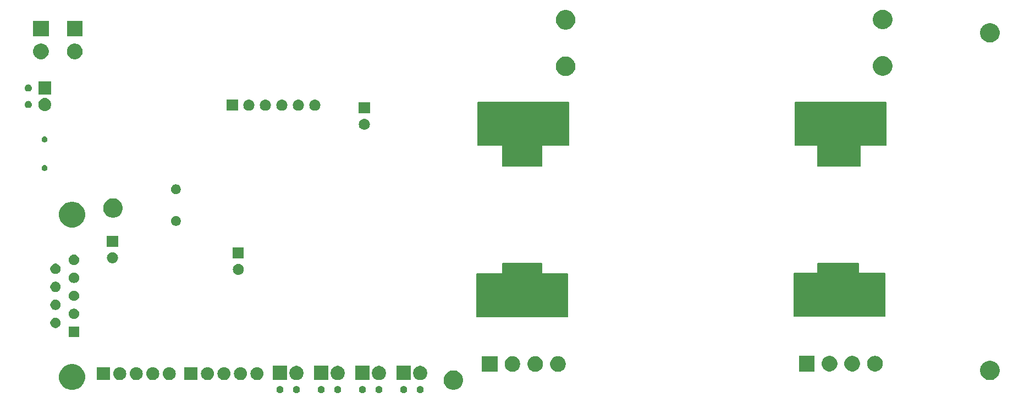
<source format=gbr>
G04 #@! TF.GenerationSoftware,KiCad,Pcbnew,(5.0.1-3-g963ef8bb5)*
G04 #@! TF.CreationDate,2019-04-01T14:08:33+02:00*
G04 #@! TF.ProjectId,Arm_stepper,41726D5F737465707065722E6B696361,rev?*
G04 #@! TF.SameCoordinates,Original*
G04 #@! TF.FileFunction,Soldermask,Bot*
G04 #@! TF.FilePolarity,Negative*
%FSLAX46Y46*%
G04 Gerber Fmt 4.6, Leading zero omitted, Abs format (unit mm)*
G04 Created by KiCad (PCBNEW (5.0.1-3-g963ef8bb5)) date 2019 April 01, Monday 14:08:33*
%MOMM*%
%LPD*%
G01*
G04 APERTURE LIST*
%ADD10C,0.150000*%
%ADD11C,0.100000*%
G04 APERTURE END LIST*
D10*
G36*
X167500000Y-135500000D02*
X167750000Y-135500000D01*
X167750000Y-137000000D01*
X167500000Y-137000000D01*
X167500000Y-135500000D01*
G37*
X167500000Y-135500000D02*
X167750000Y-135500000D01*
X167750000Y-137000000D01*
X167500000Y-137000000D01*
X167500000Y-135500000D01*
G36*
X162000000Y-135500000D02*
X161500000Y-135500000D01*
X161500000Y-137000000D01*
X162000000Y-137000000D01*
X162000000Y-135500000D01*
G37*
X162000000Y-135500000D02*
X161500000Y-135500000D01*
X161500000Y-137000000D01*
X162000000Y-137000000D01*
X162000000Y-135500000D01*
G36*
X162000000Y-135500000D02*
X167500000Y-135500000D01*
X167500000Y-137000000D01*
X162000000Y-137000000D01*
X162000000Y-135500000D01*
G37*
X162000000Y-135500000D02*
X167500000Y-135500000D01*
X167500000Y-137000000D01*
X162000000Y-137000000D01*
X162000000Y-135500000D01*
G36*
X161500000Y-117500000D02*
X161500000Y-120500000D01*
X168000000Y-120500000D01*
X168000000Y-117000000D01*
X161500000Y-117000000D01*
X161500000Y-117500000D01*
G37*
X161500000Y-117500000D02*
X161500000Y-120500000D01*
X168000000Y-120500000D01*
X168000000Y-117000000D01*
X161500000Y-117000000D01*
X161500000Y-117500000D01*
G36*
X113000000Y-135500000D02*
X119000000Y-135500000D01*
X119000000Y-137500000D01*
X113000000Y-137500000D01*
X113000000Y-135500000D01*
G37*
X113000000Y-135500000D02*
X119000000Y-135500000D01*
X119000000Y-137500000D01*
X113000000Y-137500000D01*
X113000000Y-135500000D01*
G36*
X113000000Y-117000000D02*
X113000000Y-120500000D01*
X119000000Y-120500000D01*
X119000000Y-117000000D01*
X113000000Y-117000000D01*
G37*
X113000000Y-117000000D02*
X113000000Y-120500000D01*
X119000000Y-120500000D01*
X119000000Y-117000000D01*
X113000000Y-117000000D01*
G36*
X158030000Y-110704000D02*
X172000000Y-110704000D01*
X172000000Y-117308000D01*
X158030000Y-117308000D01*
X158030000Y-110704000D01*
G37*
X158030000Y-110704000D02*
X172000000Y-110704000D01*
X172000000Y-117308000D01*
X158030000Y-117308000D01*
X158030000Y-110704000D01*
G36*
X157826800Y-137069200D02*
X171796800Y-137069200D01*
X171796800Y-143673200D01*
X157826800Y-143673200D01*
X157826800Y-137069200D01*
G37*
X157826800Y-137069200D02*
X171796800Y-137069200D01*
X171796800Y-143673200D01*
X157826800Y-143673200D01*
X157826800Y-137069200D01*
G36*
X109016800Y-137109200D02*
X122986800Y-137109200D01*
X122986800Y-143713200D01*
X109016800Y-143713200D01*
X109016800Y-137109200D01*
G37*
X109016800Y-137109200D02*
X122986800Y-137109200D01*
X122986800Y-143713200D01*
X109016800Y-143713200D01*
X109016800Y-137109200D01*
G36*
X109220000Y-110744000D02*
X123190000Y-110744000D01*
X123190000Y-117348000D01*
X109220000Y-117348000D01*
X109220000Y-110744000D01*
G37*
X109220000Y-110744000D02*
X123190000Y-110744000D01*
X123190000Y-117348000D01*
X109220000Y-117348000D01*
X109220000Y-110744000D01*
D11*
G36*
X100450429Y-154411136D02*
X100550524Y-154452597D01*
X100640606Y-154512788D01*
X100717212Y-154589394D01*
X100777403Y-154679476D01*
X100818864Y-154779571D01*
X100840000Y-154885829D01*
X100840000Y-154994171D01*
X100818864Y-155100429D01*
X100777403Y-155200524D01*
X100717212Y-155290606D01*
X100640606Y-155367212D01*
X100550524Y-155427403D01*
X100450429Y-155468864D01*
X100344171Y-155490000D01*
X100235829Y-155490000D01*
X100129571Y-155468864D01*
X100029476Y-155427403D01*
X99939394Y-155367212D01*
X99862788Y-155290606D01*
X99802597Y-155200524D01*
X99761136Y-155100429D01*
X99740000Y-154994171D01*
X99740000Y-154885829D01*
X99761136Y-154779571D01*
X99802597Y-154679476D01*
X99862788Y-154589394D01*
X99939394Y-154512788D01*
X100029476Y-154452597D01*
X100129571Y-154411136D01*
X100235829Y-154390000D01*
X100344171Y-154390000D01*
X100450429Y-154411136D01*
X100450429Y-154411136D01*
G37*
G36*
X97910429Y-154411136D02*
X98010524Y-154452597D01*
X98100606Y-154512788D01*
X98177212Y-154589394D01*
X98237403Y-154679476D01*
X98278864Y-154779571D01*
X98300000Y-154885829D01*
X98300000Y-154994171D01*
X98278864Y-155100429D01*
X98237403Y-155200524D01*
X98177212Y-155290606D01*
X98100606Y-155367212D01*
X98010524Y-155427403D01*
X97910429Y-155468864D01*
X97804171Y-155490000D01*
X97695829Y-155490000D01*
X97589571Y-155468864D01*
X97489476Y-155427403D01*
X97399394Y-155367212D01*
X97322788Y-155290606D01*
X97262597Y-155200524D01*
X97221136Y-155100429D01*
X97200000Y-154994171D01*
X97200000Y-154885829D01*
X97221136Y-154779571D01*
X97262597Y-154679476D01*
X97322788Y-154589394D01*
X97399394Y-154512788D01*
X97489476Y-154452597D01*
X97589571Y-154411136D01*
X97695829Y-154390000D01*
X97804171Y-154390000D01*
X97910429Y-154411136D01*
X97910429Y-154411136D01*
G37*
G36*
X94100429Y-154411136D02*
X94200524Y-154452597D01*
X94290606Y-154512788D01*
X94367212Y-154589394D01*
X94427403Y-154679476D01*
X94468864Y-154779571D01*
X94490000Y-154885829D01*
X94490000Y-154994171D01*
X94468864Y-155100429D01*
X94427403Y-155200524D01*
X94367212Y-155290606D01*
X94290606Y-155367212D01*
X94200524Y-155427403D01*
X94100429Y-155468864D01*
X93994171Y-155490000D01*
X93885829Y-155490000D01*
X93779571Y-155468864D01*
X93679476Y-155427403D01*
X93589394Y-155367212D01*
X93512788Y-155290606D01*
X93452597Y-155200524D01*
X93411136Y-155100429D01*
X93390000Y-154994171D01*
X93390000Y-154885829D01*
X93411136Y-154779571D01*
X93452597Y-154679476D01*
X93512788Y-154589394D01*
X93589394Y-154512788D01*
X93679476Y-154452597D01*
X93779571Y-154411136D01*
X93885829Y-154390000D01*
X93994171Y-154390000D01*
X94100429Y-154411136D01*
X94100429Y-154411136D01*
G37*
G36*
X91560429Y-154411136D02*
X91660524Y-154452597D01*
X91750606Y-154512788D01*
X91827212Y-154589394D01*
X91887403Y-154679476D01*
X91928864Y-154779571D01*
X91950000Y-154885829D01*
X91950000Y-154994171D01*
X91928864Y-155100429D01*
X91887403Y-155200524D01*
X91827212Y-155290606D01*
X91750606Y-155367212D01*
X91660524Y-155427403D01*
X91560429Y-155468864D01*
X91454171Y-155490000D01*
X91345829Y-155490000D01*
X91239571Y-155468864D01*
X91139476Y-155427403D01*
X91049394Y-155367212D01*
X90972788Y-155290606D01*
X90912597Y-155200524D01*
X90871136Y-155100429D01*
X90850000Y-154994171D01*
X90850000Y-154885829D01*
X90871136Y-154779571D01*
X90912597Y-154679476D01*
X90972788Y-154589394D01*
X91049394Y-154512788D01*
X91139476Y-154452597D01*
X91239571Y-154411136D01*
X91345829Y-154390000D01*
X91454171Y-154390000D01*
X91560429Y-154411136D01*
X91560429Y-154411136D01*
G37*
G36*
X87750429Y-154411136D02*
X87850524Y-154452597D01*
X87940606Y-154512788D01*
X88017212Y-154589394D01*
X88077403Y-154679476D01*
X88118864Y-154779571D01*
X88140000Y-154885829D01*
X88140000Y-154994171D01*
X88118864Y-155100429D01*
X88077403Y-155200524D01*
X88017212Y-155290606D01*
X87940606Y-155367212D01*
X87850524Y-155427403D01*
X87750429Y-155468864D01*
X87644171Y-155490000D01*
X87535829Y-155490000D01*
X87429571Y-155468864D01*
X87329476Y-155427403D01*
X87239394Y-155367212D01*
X87162788Y-155290606D01*
X87102597Y-155200524D01*
X87061136Y-155100429D01*
X87040000Y-154994171D01*
X87040000Y-154885829D01*
X87061136Y-154779571D01*
X87102597Y-154679476D01*
X87162788Y-154589394D01*
X87239394Y-154512788D01*
X87329476Y-154452597D01*
X87429571Y-154411136D01*
X87535829Y-154390000D01*
X87644171Y-154390000D01*
X87750429Y-154411136D01*
X87750429Y-154411136D01*
G37*
G36*
X85210429Y-154411136D02*
X85310524Y-154452597D01*
X85400606Y-154512788D01*
X85477212Y-154589394D01*
X85537403Y-154679476D01*
X85578864Y-154779571D01*
X85600000Y-154885829D01*
X85600000Y-154994171D01*
X85578864Y-155100429D01*
X85537403Y-155200524D01*
X85477212Y-155290606D01*
X85400606Y-155367212D01*
X85310524Y-155427403D01*
X85210429Y-155468864D01*
X85104171Y-155490000D01*
X84995829Y-155490000D01*
X84889571Y-155468864D01*
X84789476Y-155427403D01*
X84699394Y-155367212D01*
X84622788Y-155290606D01*
X84562597Y-155200524D01*
X84521136Y-155100429D01*
X84500000Y-154994171D01*
X84500000Y-154885829D01*
X84521136Y-154779571D01*
X84562597Y-154679476D01*
X84622788Y-154589394D01*
X84699394Y-154512788D01*
X84789476Y-154452597D01*
X84889571Y-154411136D01*
X84995829Y-154390000D01*
X85104171Y-154390000D01*
X85210429Y-154411136D01*
X85210429Y-154411136D01*
G37*
G36*
X81400429Y-154411136D02*
X81500524Y-154452597D01*
X81590606Y-154512788D01*
X81667212Y-154589394D01*
X81727403Y-154679476D01*
X81768864Y-154779571D01*
X81790000Y-154885829D01*
X81790000Y-154994171D01*
X81768864Y-155100429D01*
X81727403Y-155200524D01*
X81667212Y-155290606D01*
X81590606Y-155367212D01*
X81500524Y-155427403D01*
X81400429Y-155468864D01*
X81294171Y-155490000D01*
X81185829Y-155490000D01*
X81079571Y-155468864D01*
X80979476Y-155427403D01*
X80889394Y-155367212D01*
X80812788Y-155290606D01*
X80752597Y-155200524D01*
X80711136Y-155100429D01*
X80690000Y-154994171D01*
X80690000Y-154885829D01*
X80711136Y-154779571D01*
X80752597Y-154679476D01*
X80812788Y-154589394D01*
X80889394Y-154512788D01*
X80979476Y-154452597D01*
X81079571Y-154411136D01*
X81185829Y-154390000D01*
X81294171Y-154390000D01*
X81400429Y-154411136D01*
X81400429Y-154411136D01*
G37*
G36*
X78860429Y-154411136D02*
X78960524Y-154452597D01*
X79050606Y-154512788D01*
X79127212Y-154589394D01*
X79187403Y-154679476D01*
X79228864Y-154779571D01*
X79250000Y-154885829D01*
X79250000Y-154994171D01*
X79228864Y-155100429D01*
X79187403Y-155200524D01*
X79127212Y-155290606D01*
X79050606Y-155367212D01*
X78960524Y-155427403D01*
X78860429Y-155468864D01*
X78754171Y-155490000D01*
X78645829Y-155490000D01*
X78539571Y-155468864D01*
X78439476Y-155427403D01*
X78349394Y-155367212D01*
X78272788Y-155290606D01*
X78212597Y-155200524D01*
X78171136Y-155100429D01*
X78150000Y-154994171D01*
X78150000Y-154885829D01*
X78171136Y-154779571D01*
X78212597Y-154679476D01*
X78272788Y-154589394D01*
X78349394Y-154512788D01*
X78439476Y-154452597D01*
X78539571Y-154411136D01*
X78645829Y-154390000D01*
X78754171Y-154390000D01*
X78860429Y-154411136D01*
X78860429Y-154411136D01*
G37*
G36*
X47273377Y-151086858D02*
X47486590Y-151175174D01*
X47637355Y-151237623D01*
X47805578Y-151350026D01*
X47964928Y-151456500D01*
X48243500Y-151735072D01*
X48316788Y-151844756D01*
X48462377Y-152062645D01*
X48469210Y-152079142D01*
X48613142Y-152426623D01*
X48690000Y-152813016D01*
X48690000Y-153206984D01*
X48613142Y-153593377D01*
X48590625Y-153647737D01*
X48462377Y-153957355D01*
X48316788Y-154175244D01*
X48243500Y-154284928D01*
X47964928Y-154563500D01*
X47855244Y-154636788D01*
X47637355Y-154782377D01*
X47486590Y-154844826D01*
X47273377Y-154933142D01*
X46886984Y-155010000D01*
X46493016Y-155010000D01*
X46106623Y-154933142D01*
X45893410Y-154844826D01*
X45742645Y-154782377D01*
X45524756Y-154636788D01*
X45415072Y-154563500D01*
X45136500Y-154284928D01*
X45063212Y-154175244D01*
X44917623Y-153957355D01*
X44789375Y-153647737D01*
X44766858Y-153593377D01*
X44690000Y-153206984D01*
X44690000Y-152813016D01*
X44766858Y-152426623D01*
X44910790Y-152079142D01*
X44917623Y-152062645D01*
X45063212Y-151844756D01*
X45136500Y-151735072D01*
X45415072Y-151456500D01*
X45574422Y-151350026D01*
X45742645Y-151237623D01*
X45893410Y-151175174D01*
X46106623Y-151086858D01*
X46493016Y-151010000D01*
X46886984Y-151010000D01*
X47273377Y-151086858D01*
X47273377Y-151086858D01*
G37*
G36*
X105837532Y-152057643D02*
X105837535Y-152057644D01*
X105837534Y-152057644D01*
X106110517Y-152170717D01*
X106250768Y-152264430D01*
X106356197Y-152334875D01*
X106565125Y-152543803D01*
X106635570Y-152649232D01*
X106729283Y-152789483D01*
X106798337Y-152956194D01*
X106842357Y-153062468D01*
X106900000Y-153352261D01*
X106900000Y-153647739D01*
X106842357Y-153937532D01*
X106842356Y-153937534D01*
X106729283Y-154210517D01*
X106635570Y-154350768D01*
X106565125Y-154456197D01*
X106356197Y-154665125D01*
X106250768Y-154735570D01*
X106110517Y-154829283D01*
X105884369Y-154922956D01*
X105837532Y-154942357D01*
X105547739Y-155000000D01*
X105252261Y-155000000D01*
X104962468Y-154942357D01*
X104915631Y-154922956D01*
X104689483Y-154829283D01*
X104549232Y-154735570D01*
X104443803Y-154665125D01*
X104234875Y-154456197D01*
X104164430Y-154350768D01*
X104070717Y-154210517D01*
X103957644Y-153937534D01*
X103957643Y-153937532D01*
X103900000Y-153647739D01*
X103900000Y-153352261D01*
X103957643Y-153062468D01*
X104001663Y-152956194D01*
X104070717Y-152789483D01*
X104164430Y-152649232D01*
X104234875Y-152543803D01*
X104443803Y-152334875D01*
X104549232Y-152264430D01*
X104689483Y-152170717D01*
X104962466Y-152057644D01*
X104962465Y-152057644D01*
X104962468Y-152057643D01*
X105252261Y-152000000D01*
X105547739Y-152000000D01*
X105837532Y-152057643D01*
X105837532Y-152057643D01*
G37*
G36*
X79800000Y-153500000D02*
X77600000Y-153500000D01*
X77600000Y-151300000D01*
X79800000Y-151300000D01*
X79800000Y-153500000D01*
X79800000Y-153500000D01*
G37*
G36*
X92500000Y-153500000D02*
X90300000Y-153500000D01*
X90300000Y-151300000D01*
X92500000Y-151300000D01*
X92500000Y-153500000D01*
X92500000Y-153500000D01*
G37*
G36*
X188437532Y-150557643D02*
X188437535Y-150557644D01*
X188437534Y-150557644D01*
X188710517Y-150670717D01*
X188850768Y-150764430D01*
X188956197Y-150834875D01*
X189165125Y-151043803D01*
X189214828Y-151118190D01*
X189329283Y-151289483D01*
X189416693Y-151500510D01*
X189442357Y-151562468D01*
X189500000Y-151852261D01*
X189500000Y-152147739D01*
X189442357Y-152437532D01*
X189442356Y-152437534D01*
X189329283Y-152710517D01*
X189260795Y-152813016D01*
X189165125Y-152956197D01*
X188956197Y-153165125D01*
X188850768Y-153235570D01*
X188710517Y-153329283D01*
X188484369Y-153422956D01*
X188437532Y-153442357D01*
X188147739Y-153500000D01*
X187852261Y-153500000D01*
X187562468Y-153442357D01*
X187515631Y-153422956D01*
X187289483Y-153329283D01*
X187149232Y-153235570D01*
X187043803Y-153165125D01*
X186834875Y-152956197D01*
X186739205Y-152813016D01*
X186670717Y-152710517D01*
X186557644Y-152437534D01*
X186557643Y-152437532D01*
X186500000Y-152147739D01*
X186500000Y-151852261D01*
X186557643Y-151562468D01*
X186583307Y-151500510D01*
X186670717Y-151289483D01*
X186785172Y-151118190D01*
X186834875Y-151043803D01*
X187043803Y-150834875D01*
X187149232Y-150764430D01*
X187289483Y-150670717D01*
X187562466Y-150557644D01*
X187562465Y-150557644D01*
X187562468Y-150557643D01*
X187852261Y-150500000D01*
X188147739Y-150500000D01*
X188437532Y-150557643D01*
X188437532Y-150557643D01*
G37*
G36*
X100610858Y-151342272D02*
X100752411Y-151400906D01*
X100811045Y-151425193D01*
X100857899Y-151456500D01*
X100991211Y-151545576D01*
X101144424Y-151698789D01*
X101144425Y-151698791D01*
X101264807Y-151878955D01*
X101264807Y-151878956D01*
X101347728Y-152079142D01*
X101390000Y-152291659D01*
X101390000Y-152508341D01*
X101347728Y-152720858D01*
X101319302Y-152789483D01*
X101264807Y-152921045D01*
X101241321Y-152956194D01*
X101144424Y-153101211D01*
X100991211Y-153254424D01*
X100930884Y-153294733D01*
X100811045Y-153374807D01*
X100752411Y-153399094D01*
X100610858Y-153457728D01*
X100398341Y-153500000D01*
X100181659Y-153500000D01*
X99969142Y-153457728D01*
X99827589Y-153399094D01*
X99768955Y-153374807D01*
X99649116Y-153294733D01*
X99588789Y-153254424D01*
X99435576Y-153101211D01*
X99338679Y-152956194D01*
X99315193Y-152921045D01*
X99260698Y-152789483D01*
X99232272Y-152720858D01*
X99190000Y-152508341D01*
X99190000Y-152291659D01*
X99232272Y-152079142D01*
X99315193Y-151878956D01*
X99315193Y-151878955D01*
X99435575Y-151698791D01*
X99435576Y-151698789D01*
X99588789Y-151545576D01*
X99722101Y-151456500D01*
X99768955Y-151425193D01*
X99827589Y-151400906D01*
X99969142Y-151342272D01*
X100181659Y-151300000D01*
X100398341Y-151300000D01*
X100610858Y-151342272D01*
X100610858Y-151342272D01*
G37*
G36*
X98850000Y-153500000D02*
X96650000Y-153500000D01*
X96650000Y-151300000D01*
X98850000Y-151300000D01*
X98850000Y-153500000D01*
X98850000Y-153500000D01*
G37*
G36*
X94260858Y-151342272D02*
X94402411Y-151400906D01*
X94461045Y-151425193D01*
X94507899Y-151456500D01*
X94641211Y-151545576D01*
X94794424Y-151698789D01*
X94794425Y-151698791D01*
X94914807Y-151878955D01*
X94914807Y-151878956D01*
X94997728Y-152079142D01*
X95040000Y-152291659D01*
X95040000Y-152508341D01*
X94997728Y-152720858D01*
X94969302Y-152789483D01*
X94914807Y-152921045D01*
X94891321Y-152956194D01*
X94794424Y-153101211D01*
X94641211Y-153254424D01*
X94580884Y-153294733D01*
X94461045Y-153374807D01*
X94402411Y-153399094D01*
X94260858Y-153457728D01*
X94048341Y-153500000D01*
X93831659Y-153500000D01*
X93619142Y-153457728D01*
X93477589Y-153399094D01*
X93418955Y-153374807D01*
X93299116Y-153294733D01*
X93238789Y-153254424D01*
X93085576Y-153101211D01*
X92988679Y-152956194D01*
X92965193Y-152921045D01*
X92910698Y-152789483D01*
X92882272Y-152720858D01*
X92840000Y-152508341D01*
X92840000Y-152291659D01*
X92882272Y-152079142D01*
X92965193Y-151878956D01*
X92965193Y-151878955D01*
X93085575Y-151698791D01*
X93085576Y-151698789D01*
X93238789Y-151545576D01*
X93372101Y-151456500D01*
X93418955Y-151425193D01*
X93477589Y-151400906D01*
X93619142Y-151342272D01*
X93831659Y-151300000D01*
X94048341Y-151300000D01*
X94260858Y-151342272D01*
X94260858Y-151342272D01*
G37*
G36*
X86150000Y-153500000D02*
X83950000Y-153500000D01*
X83950000Y-151300000D01*
X86150000Y-151300000D01*
X86150000Y-153500000D01*
X86150000Y-153500000D01*
G37*
G36*
X87910858Y-151342272D02*
X88052411Y-151400906D01*
X88111045Y-151425193D01*
X88157899Y-151456500D01*
X88291211Y-151545576D01*
X88444424Y-151698789D01*
X88444425Y-151698791D01*
X88564807Y-151878955D01*
X88564807Y-151878956D01*
X88647728Y-152079142D01*
X88690000Y-152291659D01*
X88690000Y-152508341D01*
X88647728Y-152720858D01*
X88619302Y-152789483D01*
X88564807Y-152921045D01*
X88541321Y-152956194D01*
X88444424Y-153101211D01*
X88291211Y-153254424D01*
X88230884Y-153294733D01*
X88111045Y-153374807D01*
X88052411Y-153399094D01*
X87910858Y-153457728D01*
X87698341Y-153500000D01*
X87481659Y-153500000D01*
X87269142Y-153457728D01*
X87127589Y-153399094D01*
X87068955Y-153374807D01*
X86949116Y-153294733D01*
X86888789Y-153254424D01*
X86735576Y-153101211D01*
X86638679Y-152956194D01*
X86615193Y-152921045D01*
X86560698Y-152789483D01*
X86532272Y-152720858D01*
X86490000Y-152508341D01*
X86490000Y-152291659D01*
X86532272Y-152079142D01*
X86615193Y-151878956D01*
X86615193Y-151878955D01*
X86735575Y-151698791D01*
X86735576Y-151698789D01*
X86888789Y-151545576D01*
X87022101Y-151456500D01*
X87068955Y-151425193D01*
X87127589Y-151400906D01*
X87269142Y-151342272D01*
X87481659Y-151300000D01*
X87698341Y-151300000D01*
X87910858Y-151342272D01*
X87910858Y-151342272D01*
G37*
G36*
X81560858Y-151342272D02*
X81702411Y-151400906D01*
X81761045Y-151425193D01*
X81807899Y-151456500D01*
X81941211Y-151545576D01*
X82094424Y-151698789D01*
X82094425Y-151698791D01*
X82214807Y-151878955D01*
X82214807Y-151878956D01*
X82297728Y-152079142D01*
X82340000Y-152291659D01*
X82340000Y-152508341D01*
X82297728Y-152720858D01*
X82269302Y-152789483D01*
X82214807Y-152921045D01*
X82191321Y-152956194D01*
X82094424Y-153101211D01*
X81941211Y-153254424D01*
X81880884Y-153294733D01*
X81761045Y-153374807D01*
X81702411Y-153399094D01*
X81560858Y-153457728D01*
X81348341Y-153500000D01*
X81131659Y-153500000D01*
X80919142Y-153457728D01*
X80777589Y-153399094D01*
X80718955Y-153374807D01*
X80599116Y-153294733D01*
X80538789Y-153254424D01*
X80385576Y-153101211D01*
X80288679Y-152956194D01*
X80265193Y-152921045D01*
X80210698Y-152789483D01*
X80182272Y-152720858D01*
X80140000Y-152508341D01*
X80140000Y-152291659D01*
X80182272Y-152079142D01*
X80265193Y-151878956D01*
X80265193Y-151878955D01*
X80385575Y-151698791D01*
X80385576Y-151698789D01*
X80538789Y-151545576D01*
X80672101Y-151456500D01*
X80718955Y-151425193D01*
X80777589Y-151400906D01*
X80919142Y-151342272D01*
X81131659Y-151300000D01*
X81348341Y-151300000D01*
X81560858Y-151342272D01*
X81560858Y-151342272D01*
G37*
G36*
X70275934Y-151514971D02*
X70464339Y-151572123D01*
X70582822Y-151635454D01*
X70637974Y-151664933D01*
X70790166Y-151789834D01*
X70874095Y-151892101D01*
X70915066Y-151942025D01*
X71007877Y-152115661D01*
X71065029Y-152304066D01*
X71084326Y-152500000D01*
X71065029Y-152695934D01*
X71007877Y-152884339D01*
X70944546Y-153002822D01*
X70915067Y-153057974D01*
X70790166Y-153210166D01*
X70637974Y-153335067D01*
X70605806Y-153352261D01*
X70464339Y-153427877D01*
X70275934Y-153485029D01*
X70129104Y-153499490D01*
X70030896Y-153499490D01*
X69884066Y-153485029D01*
X69695661Y-153427877D01*
X69554194Y-153352261D01*
X69522026Y-153335067D01*
X69369834Y-153210166D01*
X69244933Y-153057974D01*
X69215454Y-153002822D01*
X69152123Y-152884339D01*
X69094971Y-152695934D01*
X69075674Y-152500000D01*
X69094971Y-152304066D01*
X69152123Y-152115661D01*
X69244934Y-151942025D01*
X69285906Y-151892101D01*
X69369834Y-151789834D01*
X69522026Y-151664933D01*
X69577178Y-151635454D01*
X69695661Y-151572123D01*
X69884066Y-151514971D01*
X70030896Y-151500510D01*
X70129104Y-151500510D01*
X70275934Y-151514971D01*
X70275934Y-151514971D01*
G37*
G36*
X52499490Y-153499490D02*
X50500510Y-153499490D01*
X50500510Y-151500510D01*
X52499490Y-151500510D01*
X52499490Y-153499490D01*
X52499490Y-153499490D01*
G37*
G36*
X59315934Y-151514971D02*
X59504339Y-151572123D01*
X59622822Y-151635454D01*
X59677974Y-151664933D01*
X59830166Y-151789834D01*
X59914095Y-151892101D01*
X59955066Y-151942025D01*
X60047877Y-152115661D01*
X60105029Y-152304066D01*
X60124326Y-152500000D01*
X60105029Y-152695934D01*
X60047877Y-152884339D01*
X59984546Y-153002822D01*
X59955067Y-153057974D01*
X59830166Y-153210166D01*
X59677974Y-153335067D01*
X59645806Y-153352261D01*
X59504339Y-153427877D01*
X59315934Y-153485029D01*
X59169104Y-153499490D01*
X59070896Y-153499490D01*
X58924066Y-153485029D01*
X58735661Y-153427877D01*
X58594194Y-153352261D01*
X58562026Y-153335067D01*
X58409834Y-153210166D01*
X58284933Y-153057974D01*
X58255454Y-153002822D01*
X58192123Y-152884339D01*
X58134971Y-152695934D01*
X58115674Y-152500000D01*
X58134971Y-152304066D01*
X58192123Y-152115661D01*
X58284934Y-151942025D01*
X58325906Y-151892101D01*
X58409834Y-151789834D01*
X58562026Y-151664933D01*
X58617178Y-151635454D01*
X58735661Y-151572123D01*
X58924066Y-151514971D01*
X59070896Y-151500510D01*
X59169104Y-151500510D01*
X59315934Y-151514971D01*
X59315934Y-151514971D01*
G37*
G36*
X75355934Y-151514971D02*
X75544339Y-151572123D01*
X75662822Y-151635454D01*
X75717974Y-151664933D01*
X75870166Y-151789834D01*
X75954095Y-151892101D01*
X75995066Y-151942025D01*
X76087877Y-152115661D01*
X76145029Y-152304066D01*
X76164326Y-152500000D01*
X76145029Y-152695934D01*
X76087877Y-152884339D01*
X76024546Y-153002822D01*
X75995067Y-153057974D01*
X75870166Y-153210166D01*
X75717974Y-153335067D01*
X75685806Y-153352261D01*
X75544339Y-153427877D01*
X75355934Y-153485029D01*
X75209104Y-153499490D01*
X75110896Y-153499490D01*
X74964066Y-153485029D01*
X74775661Y-153427877D01*
X74634194Y-153352261D01*
X74602026Y-153335067D01*
X74449834Y-153210166D01*
X74324933Y-153057974D01*
X74295454Y-153002822D01*
X74232123Y-152884339D01*
X74174971Y-152695934D01*
X74155674Y-152500000D01*
X74174971Y-152304066D01*
X74232123Y-152115661D01*
X74324934Y-151942025D01*
X74365906Y-151892101D01*
X74449834Y-151789834D01*
X74602026Y-151664933D01*
X74657178Y-151635454D01*
X74775661Y-151572123D01*
X74964066Y-151514971D01*
X75110896Y-151500510D01*
X75209104Y-151500510D01*
X75355934Y-151514971D01*
X75355934Y-151514971D01*
G37*
G36*
X67735934Y-151514971D02*
X67924339Y-151572123D01*
X68042822Y-151635454D01*
X68097974Y-151664933D01*
X68250166Y-151789834D01*
X68334095Y-151892101D01*
X68375066Y-151942025D01*
X68467877Y-152115661D01*
X68525029Y-152304066D01*
X68544326Y-152500000D01*
X68525029Y-152695934D01*
X68467877Y-152884339D01*
X68404546Y-153002822D01*
X68375067Y-153057974D01*
X68250166Y-153210166D01*
X68097974Y-153335067D01*
X68065806Y-153352261D01*
X67924339Y-153427877D01*
X67735934Y-153485029D01*
X67589104Y-153499490D01*
X67490896Y-153499490D01*
X67344066Y-153485029D01*
X67155661Y-153427877D01*
X67014194Y-153352261D01*
X66982026Y-153335067D01*
X66829834Y-153210166D01*
X66704933Y-153057974D01*
X66675454Y-153002822D01*
X66612123Y-152884339D01*
X66554971Y-152695934D01*
X66535674Y-152500000D01*
X66554971Y-152304066D01*
X66612123Y-152115661D01*
X66704934Y-151942025D01*
X66745906Y-151892101D01*
X66829834Y-151789834D01*
X66982026Y-151664933D01*
X67037178Y-151635454D01*
X67155661Y-151572123D01*
X67344066Y-151514971D01*
X67490896Y-151500510D01*
X67589104Y-151500510D01*
X67735934Y-151514971D01*
X67735934Y-151514971D01*
G37*
G36*
X72815934Y-151514971D02*
X73004339Y-151572123D01*
X73122822Y-151635454D01*
X73177974Y-151664933D01*
X73330166Y-151789834D01*
X73414095Y-151892101D01*
X73455066Y-151942025D01*
X73547877Y-152115661D01*
X73605029Y-152304066D01*
X73624326Y-152500000D01*
X73605029Y-152695934D01*
X73547877Y-152884339D01*
X73484546Y-153002822D01*
X73455067Y-153057974D01*
X73330166Y-153210166D01*
X73177974Y-153335067D01*
X73145806Y-153352261D01*
X73004339Y-153427877D01*
X72815934Y-153485029D01*
X72669104Y-153499490D01*
X72570896Y-153499490D01*
X72424066Y-153485029D01*
X72235661Y-153427877D01*
X72094194Y-153352261D01*
X72062026Y-153335067D01*
X71909834Y-153210166D01*
X71784933Y-153057974D01*
X71755454Y-153002822D01*
X71692123Y-152884339D01*
X71634971Y-152695934D01*
X71615674Y-152500000D01*
X71634971Y-152304066D01*
X71692123Y-152115661D01*
X71784934Y-151942025D01*
X71825906Y-151892101D01*
X71909834Y-151789834D01*
X72062026Y-151664933D01*
X72117178Y-151635454D01*
X72235661Y-151572123D01*
X72424066Y-151514971D01*
X72570896Y-151500510D01*
X72669104Y-151500510D01*
X72815934Y-151514971D01*
X72815934Y-151514971D01*
G37*
G36*
X65999490Y-153499490D02*
X64000510Y-153499490D01*
X64000510Y-151500510D01*
X65999490Y-151500510D01*
X65999490Y-153499490D01*
X65999490Y-153499490D01*
G37*
G36*
X61855934Y-151514971D02*
X62044339Y-151572123D01*
X62162822Y-151635454D01*
X62217974Y-151664933D01*
X62370166Y-151789834D01*
X62454095Y-151892101D01*
X62495066Y-151942025D01*
X62587877Y-152115661D01*
X62645029Y-152304066D01*
X62664326Y-152500000D01*
X62645029Y-152695934D01*
X62587877Y-152884339D01*
X62524546Y-153002822D01*
X62495067Y-153057974D01*
X62370166Y-153210166D01*
X62217974Y-153335067D01*
X62185806Y-153352261D01*
X62044339Y-153427877D01*
X61855934Y-153485029D01*
X61709104Y-153499490D01*
X61610896Y-153499490D01*
X61464066Y-153485029D01*
X61275661Y-153427877D01*
X61134194Y-153352261D01*
X61102026Y-153335067D01*
X60949834Y-153210166D01*
X60824933Y-153057974D01*
X60795454Y-153002822D01*
X60732123Y-152884339D01*
X60674971Y-152695934D01*
X60655674Y-152500000D01*
X60674971Y-152304066D01*
X60732123Y-152115661D01*
X60824934Y-151942025D01*
X60865906Y-151892101D01*
X60949834Y-151789834D01*
X61102026Y-151664933D01*
X61157178Y-151635454D01*
X61275661Y-151572123D01*
X61464066Y-151514971D01*
X61610896Y-151500510D01*
X61709104Y-151500510D01*
X61855934Y-151514971D01*
X61855934Y-151514971D01*
G37*
G36*
X56775934Y-151514971D02*
X56964339Y-151572123D01*
X57082822Y-151635454D01*
X57137974Y-151664933D01*
X57290166Y-151789834D01*
X57374095Y-151892101D01*
X57415066Y-151942025D01*
X57507877Y-152115661D01*
X57565029Y-152304066D01*
X57584326Y-152500000D01*
X57565029Y-152695934D01*
X57507877Y-152884339D01*
X57444546Y-153002822D01*
X57415067Y-153057974D01*
X57290166Y-153210166D01*
X57137974Y-153335067D01*
X57105806Y-153352261D01*
X56964339Y-153427877D01*
X56775934Y-153485029D01*
X56629104Y-153499490D01*
X56530896Y-153499490D01*
X56384066Y-153485029D01*
X56195661Y-153427877D01*
X56054194Y-153352261D01*
X56022026Y-153335067D01*
X55869834Y-153210166D01*
X55744933Y-153057974D01*
X55715454Y-153002822D01*
X55652123Y-152884339D01*
X55594971Y-152695934D01*
X55575674Y-152500000D01*
X55594971Y-152304066D01*
X55652123Y-152115661D01*
X55744934Y-151942025D01*
X55785906Y-151892101D01*
X55869834Y-151789834D01*
X56022026Y-151664933D01*
X56077178Y-151635454D01*
X56195661Y-151572123D01*
X56384066Y-151514971D01*
X56530896Y-151500510D01*
X56629104Y-151500510D01*
X56775934Y-151514971D01*
X56775934Y-151514971D01*
G37*
G36*
X54235934Y-151514971D02*
X54424339Y-151572123D01*
X54542822Y-151635454D01*
X54597974Y-151664933D01*
X54750166Y-151789834D01*
X54834095Y-151892101D01*
X54875066Y-151942025D01*
X54967877Y-152115661D01*
X55025029Y-152304066D01*
X55044326Y-152500000D01*
X55025029Y-152695934D01*
X54967877Y-152884339D01*
X54904546Y-153002822D01*
X54875067Y-153057974D01*
X54750166Y-153210166D01*
X54597974Y-153335067D01*
X54565806Y-153352261D01*
X54424339Y-153427877D01*
X54235934Y-153485029D01*
X54089104Y-153499490D01*
X53990896Y-153499490D01*
X53844066Y-153485029D01*
X53655661Y-153427877D01*
X53514194Y-153352261D01*
X53482026Y-153335067D01*
X53329834Y-153210166D01*
X53204933Y-153057974D01*
X53175454Y-153002822D01*
X53112123Y-152884339D01*
X53054971Y-152695934D01*
X53035674Y-152500000D01*
X53054971Y-152304066D01*
X53112123Y-152115661D01*
X53204934Y-151942025D01*
X53245906Y-151892101D01*
X53329834Y-151789834D01*
X53482026Y-151664933D01*
X53537178Y-151635454D01*
X53655661Y-151572123D01*
X53844066Y-151514971D01*
X53990896Y-151500510D01*
X54089104Y-151500510D01*
X54235934Y-151514971D01*
X54235934Y-151514971D01*
G37*
G36*
X121850026Y-149846115D02*
X121959220Y-149891345D01*
X122068413Y-149936574D01*
X122264955Y-150067899D01*
X122432101Y-150235045D01*
X122563426Y-150431587D01*
X122591763Y-150500000D01*
X122653885Y-150649974D01*
X122700000Y-150881810D01*
X122700000Y-151118190D01*
X122653885Y-151350026D01*
X122609782Y-151456499D01*
X122563426Y-151568413D01*
X122432101Y-151764955D01*
X122264955Y-151932101D01*
X122068413Y-152063426D01*
X121959220Y-152108655D01*
X121850026Y-152153885D01*
X121618190Y-152200000D01*
X121381810Y-152200000D01*
X121149974Y-152153885D01*
X121040780Y-152108655D01*
X120931587Y-152063426D01*
X120735045Y-151932101D01*
X120567899Y-151764955D01*
X120436574Y-151568413D01*
X120390218Y-151456499D01*
X120346115Y-151350026D01*
X120300000Y-151118190D01*
X120300000Y-150881810D01*
X120346115Y-150649974D01*
X120408237Y-150500000D01*
X120436574Y-150431587D01*
X120567899Y-150235045D01*
X120735045Y-150067899D01*
X120931587Y-149936574D01*
X121040780Y-149891345D01*
X121149974Y-149846115D01*
X121381810Y-149800000D01*
X121618190Y-149800000D01*
X121850026Y-149846115D01*
X121850026Y-149846115D01*
G37*
G36*
X118350026Y-149846115D02*
X118459220Y-149891345D01*
X118568413Y-149936574D01*
X118764955Y-150067899D01*
X118932101Y-150235045D01*
X119063426Y-150431587D01*
X119091763Y-150500000D01*
X119153885Y-150649974D01*
X119200000Y-150881810D01*
X119200000Y-151118190D01*
X119153885Y-151350026D01*
X119109782Y-151456499D01*
X119063426Y-151568413D01*
X118932101Y-151764955D01*
X118764955Y-151932101D01*
X118568413Y-152063426D01*
X118459220Y-152108655D01*
X118350026Y-152153885D01*
X118118190Y-152200000D01*
X117881810Y-152200000D01*
X117649974Y-152153885D01*
X117540780Y-152108655D01*
X117431587Y-152063426D01*
X117235045Y-151932101D01*
X117067899Y-151764955D01*
X116936574Y-151568413D01*
X116890218Y-151456499D01*
X116846115Y-151350026D01*
X116800000Y-151118190D01*
X116800000Y-150881810D01*
X116846115Y-150649974D01*
X116908237Y-150500000D01*
X116936574Y-150431587D01*
X117067899Y-150235045D01*
X117235045Y-150067899D01*
X117431587Y-149936574D01*
X117540780Y-149891345D01*
X117649974Y-149846115D01*
X117881810Y-149800000D01*
X118118190Y-149800000D01*
X118350026Y-149846115D01*
X118350026Y-149846115D01*
G37*
G36*
X114850026Y-149846115D02*
X114959220Y-149891345D01*
X115068413Y-149936574D01*
X115264955Y-150067899D01*
X115432101Y-150235045D01*
X115563426Y-150431587D01*
X115591763Y-150500000D01*
X115653885Y-150649974D01*
X115700000Y-150881810D01*
X115700000Y-151118190D01*
X115653885Y-151350026D01*
X115609782Y-151456499D01*
X115563426Y-151568413D01*
X115432101Y-151764955D01*
X115264955Y-151932101D01*
X115068413Y-152063426D01*
X114959220Y-152108655D01*
X114850026Y-152153885D01*
X114618190Y-152200000D01*
X114381810Y-152200000D01*
X114149974Y-152153885D01*
X114040780Y-152108655D01*
X113931587Y-152063426D01*
X113735045Y-151932101D01*
X113567899Y-151764955D01*
X113436574Y-151568413D01*
X113390218Y-151456499D01*
X113346115Y-151350026D01*
X113300000Y-151118190D01*
X113300000Y-150881810D01*
X113346115Y-150649974D01*
X113408237Y-150500000D01*
X113436574Y-150431587D01*
X113567899Y-150235045D01*
X113735045Y-150067899D01*
X113931587Y-149936574D01*
X114040780Y-149891345D01*
X114149974Y-149846115D01*
X114381810Y-149800000D01*
X114618190Y-149800000D01*
X114850026Y-149846115D01*
X114850026Y-149846115D01*
G37*
G36*
X112200000Y-152200000D02*
X109800000Y-152200000D01*
X109800000Y-149800000D01*
X112200000Y-149800000D01*
X112200000Y-152200000D01*
X112200000Y-152200000D01*
G37*
G36*
X170660026Y-149806115D02*
X170756594Y-149846115D01*
X170878413Y-149896574D01*
X171074955Y-150027899D01*
X171242101Y-150195045D01*
X171373426Y-150391587D01*
X171389994Y-150431586D01*
X171463885Y-150609974D01*
X171510000Y-150841810D01*
X171510000Y-151078190D01*
X171463885Y-151310026D01*
X171447316Y-151350026D01*
X171373426Y-151528413D01*
X171242101Y-151724955D01*
X171074955Y-151892101D01*
X170878413Y-152023426D01*
X170795805Y-152057643D01*
X170660026Y-152113885D01*
X170428190Y-152160000D01*
X170191810Y-152160000D01*
X169959974Y-152113885D01*
X169824195Y-152057643D01*
X169741587Y-152023426D01*
X169545045Y-151892101D01*
X169377899Y-151724955D01*
X169246574Y-151528413D01*
X169172684Y-151350026D01*
X169156115Y-151310026D01*
X169110000Y-151078190D01*
X169110000Y-150841810D01*
X169156115Y-150609974D01*
X169230006Y-150431586D01*
X169246574Y-150391587D01*
X169377899Y-150195045D01*
X169545045Y-150027899D01*
X169741587Y-149896574D01*
X169863406Y-149846115D01*
X169959974Y-149806115D01*
X170191810Y-149760000D01*
X170428190Y-149760000D01*
X170660026Y-149806115D01*
X170660026Y-149806115D01*
G37*
G36*
X167160026Y-149806115D02*
X167256594Y-149846115D01*
X167378413Y-149896574D01*
X167574955Y-150027899D01*
X167742101Y-150195045D01*
X167873426Y-150391587D01*
X167889994Y-150431586D01*
X167963885Y-150609974D01*
X168010000Y-150841810D01*
X168010000Y-151078190D01*
X167963885Y-151310026D01*
X167947316Y-151350026D01*
X167873426Y-151528413D01*
X167742101Y-151724955D01*
X167574955Y-151892101D01*
X167378413Y-152023426D01*
X167295805Y-152057643D01*
X167160026Y-152113885D01*
X166928190Y-152160000D01*
X166691810Y-152160000D01*
X166459974Y-152113885D01*
X166324195Y-152057643D01*
X166241587Y-152023426D01*
X166045045Y-151892101D01*
X165877899Y-151724955D01*
X165746574Y-151528413D01*
X165672684Y-151350026D01*
X165656115Y-151310026D01*
X165610000Y-151078190D01*
X165610000Y-150841810D01*
X165656115Y-150609974D01*
X165730006Y-150431586D01*
X165746574Y-150391587D01*
X165877899Y-150195045D01*
X166045045Y-150027899D01*
X166241587Y-149896574D01*
X166363406Y-149846115D01*
X166459974Y-149806115D01*
X166691810Y-149760000D01*
X166928190Y-149760000D01*
X167160026Y-149806115D01*
X167160026Y-149806115D01*
G37*
G36*
X163660026Y-149806115D02*
X163756594Y-149846115D01*
X163878413Y-149896574D01*
X164074955Y-150027899D01*
X164242101Y-150195045D01*
X164373426Y-150391587D01*
X164389994Y-150431586D01*
X164463885Y-150609974D01*
X164510000Y-150841810D01*
X164510000Y-151078190D01*
X164463885Y-151310026D01*
X164447316Y-151350026D01*
X164373426Y-151528413D01*
X164242101Y-151724955D01*
X164074955Y-151892101D01*
X163878413Y-152023426D01*
X163795805Y-152057643D01*
X163660026Y-152113885D01*
X163428190Y-152160000D01*
X163191810Y-152160000D01*
X162959974Y-152113885D01*
X162824195Y-152057643D01*
X162741587Y-152023426D01*
X162545045Y-151892101D01*
X162377899Y-151724955D01*
X162246574Y-151528413D01*
X162172684Y-151350026D01*
X162156115Y-151310026D01*
X162110000Y-151078190D01*
X162110000Y-150841810D01*
X162156115Y-150609974D01*
X162230006Y-150431586D01*
X162246574Y-150391587D01*
X162377899Y-150195045D01*
X162545045Y-150027899D01*
X162741587Y-149896574D01*
X162863406Y-149846115D01*
X162959974Y-149806115D01*
X163191810Y-149760000D01*
X163428190Y-149760000D01*
X163660026Y-149806115D01*
X163660026Y-149806115D01*
G37*
G36*
X161010000Y-152160000D02*
X158610000Y-152160000D01*
X158610000Y-149760000D01*
X161010000Y-149760000D01*
X161010000Y-152160000D01*
X161010000Y-152160000D01*
G37*
G36*
X47790000Y-146850000D02*
X46190000Y-146850000D01*
X46190000Y-145250000D01*
X47790000Y-145250000D01*
X47790000Y-146850000D01*
X47790000Y-146850000D01*
G37*
G36*
X44383351Y-143895743D02*
X44528942Y-143956049D01*
X44578183Y-143988951D01*
X44659973Y-144043601D01*
X44771399Y-144155027D01*
X44771401Y-144155030D01*
X44858951Y-144286058D01*
X44919257Y-144431649D01*
X44950000Y-144586207D01*
X44950000Y-144743793D01*
X44919257Y-144898351D01*
X44858951Y-145043942D01*
X44771989Y-145174090D01*
X44771399Y-145174973D01*
X44659973Y-145286399D01*
X44659970Y-145286401D01*
X44528942Y-145373951D01*
X44383351Y-145434257D01*
X44228794Y-145465000D01*
X44071206Y-145465000D01*
X43916649Y-145434257D01*
X43771058Y-145373951D01*
X43640030Y-145286401D01*
X43640027Y-145286399D01*
X43528601Y-145174973D01*
X43528011Y-145174090D01*
X43441049Y-145043942D01*
X43380743Y-144898351D01*
X43350000Y-144743793D01*
X43350000Y-144586207D01*
X43380743Y-144431649D01*
X43441049Y-144286058D01*
X43528599Y-144155030D01*
X43528601Y-144155027D01*
X43640027Y-144043601D01*
X43721817Y-143988951D01*
X43771058Y-143956049D01*
X43916649Y-143895743D01*
X44071206Y-143865000D01*
X44228794Y-143865000D01*
X44383351Y-143895743D01*
X44383351Y-143895743D01*
G37*
G36*
X47223351Y-142510743D02*
X47368942Y-142571049D01*
X47418183Y-142603951D01*
X47499973Y-142658601D01*
X47611399Y-142770027D01*
X47611401Y-142770030D01*
X47698951Y-142901058D01*
X47759257Y-143046649D01*
X47790000Y-143201207D01*
X47790000Y-143358793D01*
X47759257Y-143513351D01*
X47698951Y-143658942D01*
X47611989Y-143789090D01*
X47611399Y-143789973D01*
X47499973Y-143901399D01*
X47499970Y-143901401D01*
X47368942Y-143988951D01*
X47237006Y-144043601D01*
X47223351Y-144049257D01*
X47068794Y-144080000D01*
X46911206Y-144080000D01*
X46756649Y-144049257D01*
X46742994Y-144043601D01*
X46611058Y-143988951D01*
X46480030Y-143901401D01*
X46480027Y-143901399D01*
X46368601Y-143789973D01*
X46368011Y-143789090D01*
X46281049Y-143658942D01*
X46220743Y-143513351D01*
X46190000Y-143358793D01*
X46190000Y-143201207D01*
X46220743Y-143046649D01*
X46281049Y-142901058D01*
X46368599Y-142770030D01*
X46368601Y-142770027D01*
X46480027Y-142658601D01*
X46561817Y-142603951D01*
X46611058Y-142571049D01*
X46756649Y-142510743D01*
X46911206Y-142480000D01*
X47068794Y-142480000D01*
X47223351Y-142510743D01*
X47223351Y-142510743D01*
G37*
G36*
X44383351Y-141125743D02*
X44528942Y-141186049D01*
X44578183Y-141218951D01*
X44659973Y-141273601D01*
X44771399Y-141385027D01*
X44771401Y-141385030D01*
X44858951Y-141516058D01*
X44919257Y-141661649D01*
X44950000Y-141816207D01*
X44950000Y-141973793D01*
X44919257Y-142128351D01*
X44858951Y-142273942D01*
X44771989Y-142404090D01*
X44771399Y-142404973D01*
X44659973Y-142516399D01*
X44659970Y-142516401D01*
X44528942Y-142603951D01*
X44397006Y-142658601D01*
X44383351Y-142664257D01*
X44228794Y-142695000D01*
X44071206Y-142695000D01*
X43916649Y-142664257D01*
X43902994Y-142658601D01*
X43771058Y-142603951D01*
X43640030Y-142516401D01*
X43640027Y-142516399D01*
X43528601Y-142404973D01*
X43528011Y-142404090D01*
X43441049Y-142273942D01*
X43380743Y-142128351D01*
X43350000Y-141973793D01*
X43350000Y-141816207D01*
X43380743Y-141661649D01*
X43441049Y-141516058D01*
X43528599Y-141385030D01*
X43528601Y-141385027D01*
X43640027Y-141273601D01*
X43721817Y-141218951D01*
X43771058Y-141186049D01*
X43916649Y-141125743D01*
X44071206Y-141095000D01*
X44228794Y-141095000D01*
X44383351Y-141125743D01*
X44383351Y-141125743D01*
G37*
G36*
X47223351Y-139740743D02*
X47368942Y-139801049D01*
X47418183Y-139833951D01*
X47499973Y-139888601D01*
X47611399Y-140000027D01*
X47611401Y-140000030D01*
X47698951Y-140131058D01*
X47759257Y-140276649D01*
X47790000Y-140431207D01*
X47790000Y-140588793D01*
X47759257Y-140743351D01*
X47698951Y-140888942D01*
X47611989Y-141019090D01*
X47611399Y-141019973D01*
X47499973Y-141131399D01*
X47499970Y-141131401D01*
X47368942Y-141218951D01*
X47237006Y-141273601D01*
X47223351Y-141279257D01*
X47068794Y-141310000D01*
X46911206Y-141310000D01*
X46756649Y-141279257D01*
X46742994Y-141273601D01*
X46611058Y-141218951D01*
X46480030Y-141131401D01*
X46480027Y-141131399D01*
X46368601Y-141019973D01*
X46368011Y-141019090D01*
X46281049Y-140888942D01*
X46220743Y-140743351D01*
X46190000Y-140588793D01*
X46190000Y-140431207D01*
X46220743Y-140276649D01*
X46281049Y-140131058D01*
X46368599Y-140000030D01*
X46368601Y-140000027D01*
X46480027Y-139888601D01*
X46561817Y-139833951D01*
X46611058Y-139801049D01*
X46756649Y-139740743D01*
X46911206Y-139710000D01*
X47068794Y-139710000D01*
X47223351Y-139740743D01*
X47223351Y-139740743D01*
G37*
G36*
X44383351Y-138355743D02*
X44528942Y-138416049D01*
X44578183Y-138448951D01*
X44659973Y-138503601D01*
X44771399Y-138615027D01*
X44771401Y-138615030D01*
X44858951Y-138746058D01*
X44919257Y-138891649D01*
X44950000Y-139046207D01*
X44950000Y-139203793D01*
X44919257Y-139358351D01*
X44858951Y-139503942D01*
X44771989Y-139634090D01*
X44771399Y-139634973D01*
X44659973Y-139746399D01*
X44659970Y-139746401D01*
X44528942Y-139833951D01*
X44397006Y-139888601D01*
X44383351Y-139894257D01*
X44228794Y-139925000D01*
X44071206Y-139925000D01*
X43916649Y-139894257D01*
X43902994Y-139888601D01*
X43771058Y-139833951D01*
X43640030Y-139746401D01*
X43640027Y-139746399D01*
X43528601Y-139634973D01*
X43528011Y-139634090D01*
X43441049Y-139503942D01*
X43380743Y-139358351D01*
X43350000Y-139203793D01*
X43350000Y-139046207D01*
X43380743Y-138891649D01*
X43441049Y-138746058D01*
X43528599Y-138615030D01*
X43528601Y-138615027D01*
X43640027Y-138503601D01*
X43721817Y-138448951D01*
X43771058Y-138416049D01*
X43916649Y-138355743D01*
X44071206Y-138325000D01*
X44228794Y-138325000D01*
X44383351Y-138355743D01*
X44383351Y-138355743D01*
G37*
G36*
X47223351Y-136970743D02*
X47368942Y-137031049D01*
X47418183Y-137063951D01*
X47499973Y-137118601D01*
X47611399Y-137230027D01*
X47611401Y-137230030D01*
X47698951Y-137361058D01*
X47759257Y-137506649D01*
X47790000Y-137661207D01*
X47790000Y-137818793D01*
X47759257Y-137973351D01*
X47698951Y-138118942D01*
X47611989Y-138249090D01*
X47611399Y-138249973D01*
X47499973Y-138361399D01*
X47499970Y-138361401D01*
X47368942Y-138448951D01*
X47237006Y-138503601D01*
X47223351Y-138509257D01*
X47068794Y-138540000D01*
X46911206Y-138540000D01*
X46756649Y-138509257D01*
X46742994Y-138503601D01*
X46611058Y-138448951D01*
X46480030Y-138361401D01*
X46480027Y-138361399D01*
X46368601Y-138249973D01*
X46368011Y-138249090D01*
X46281049Y-138118942D01*
X46220743Y-137973351D01*
X46190000Y-137818793D01*
X46190000Y-137661207D01*
X46220743Y-137506649D01*
X46281049Y-137361058D01*
X46368599Y-137230030D01*
X46368601Y-137230027D01*
X46480027Y-137118601D01*
X46561817Y-137063951D01*
X46611058Y-137031049D01*
X46756649Y-136970743D01*
X46911206Y-136940000D01*
X47068794Y-136940000D01*
X47223351Y-136970743D01*
X47223351Y-136970743D01*
G37*
G36*
X72466629Y-135602299D02*
X72589563Y-135639591D01*
X72626855Y-135650903D01*
X72679328Y-135678951D01*
X72774517Y-135729830D01*
X72903948Y-135836052D01*
X73010170Y-135965483D01*
X73060309Y-136059288D01*
X73089097Y-136113145D01*
X73100409Y-136150437D01*
X73137701Y-136273371D01*
X73154112Y-136440000D01*
X73137701Y-136606629D01*
X73100409Y-136729563D01*
X73089097Y-136766855D01*
X73060309Y-136820712D01*
X73010170Y-136914517D01*
X72903948Y-137043948D01*
X72774517Y-137150170D01*
X72680712Y-137200309D01*
X72626855Y-137229097D01*
X72589563Y-137240409D01*
X72466629Y-137277701D01*
X72341753Y-137290000D01*
X72258247Y-137290000D01*
X72133371Y-137277701D01*
X72010437Y-137240409D01*
X71973145Y-137229097D01*
X71919288Y-137200309D01*
X71825483Y-137150170D01*
X71696052Y-137043948D01*
X71589830Y-136914517D01*
X71539691Y-136820712D01*
X71510903Y-136766855D01*
X71499591Y-136729563D01*
X71462299Y-136606629D01*
X71445888Y-136440000D01*
X71462299Y-136273371D01*
X71499591Y-136150437D01*
X71510903Y-136113145D01*
X71539691Y-136059288D01*
X71589830Y-135965483D01*
X71696052Y-135836052D01*
X71825483Y-135729830D01*
X71920672Y-135678951D01*
X71973145Y-135650903D01*
X72010437Y-135639591D01*
X72133371Y-135602299D01*
X72258247Y-135590000D01*
X72341753Y-135590000D01*
X72466629Y-135602299D01*
X72466629Y-135602299D01*
G37*
G36*
X44383351Y-135585743D02*
X44528942Y-135646049D01*
X44578183Y-135678951D01*
X44659973Y-135733601D01*
X44771399Y-135845027D01*
X44771401Y-135845030D01*
X44858951Y-135976058D01*
X44915735Y-136113146D01*
X44919257Y-136121649D01*
X44950000Y-136276206D01*
X44950000Y-136433794D01*
X44919257Y-136588351D01*
X44858951Y-136733942D01*
X44836959Y-136766855D01*
X44771399Y-136864973D01*
X44659973Y-136976399D01*
X44659970Y-136976401D01*
X44528942Y-137063951D01*
X44397006Y-137118601D01*
X44383351Y-137124257D01*
X44228794Y-137155000D01*
X44071206Y-137155000D01*
X43916649Y-137124257D01*
X43902994Y-137118601D01*
X43771058Y-137063951D01*
X43640030Y-136976401D01*
X43640027Y-136976399D01*
X43528601Y-136864973D01*
X43463041Y-136766855D01*
X43441049Y-136733942D01*
X43380743Y-136588351D01*
X43350000Y-136433794D01*
X43350000Y-136276206D01*
X43380743Y-136121649D01*
X43384265Y-136113146D01*
X43441049Y-135976058D01*
X43528599Y-135845030D01*
X43528601Y-135845027D01*
X43640027Y-135733601D01*
X43721817Y-135678951D01*
X43771058Y-135646049D01*
X43916649Y-135585743D01*
X44071206Y-135555000D01*
X44228794Y-135555000D01*
X44383351Y-135585743D01*
X44383351Y-135585743D01*
G37*
G36*
X47223351Y-134200743D02*
X47368942Y-134261049D01*
X47454991Y-134318545D01*
X47499973Y-134348601D01*
X47611399Y-134460027D01*
X47611401Y-134460030D01*
X47698951Y-134591058D01*
X47759257Y-134736649D01*
X47790000Y-134891207D01*
X47790000Y-135048793D01*
X47759257Y-135203351D01*
X47698951Y-135348942D01*
X47694522Y-135355570D01*
X47611399Y-135479973D01*
X47499973Y-135591399D01*
X47499970Y-135591401D01*
X47368942Y-135678951D01*
X47237006Y-135733601D01*
X47223351Y-135739257D01*
X47068794Y-135770000D01*
X46911206Y-135770000D01*
X46756649Y-135739257D01*
X46742994Y-135733601D01*
X46611058Y-135678951D01*
X46480030Y-135591401D01*
X46480027Y-135591399D01*
X46368601Y-135479973D01*
X46285478Y-135355570D01*
X46281049Y-135348942D01*
X46220743Y-135203351D01*
X46190000Y-135048793D01*
X46190000Y-134891207D01*
X46220743Y-134736649D01*
X46281049Y-134591058D01*
X46368599Y-134460030D01*
X46368601Y-134460027D01*
X46480027Y-134348601D01*
X46525009Y-134318545D01*
X46611058Y-134261049D01*
X46756649Y-134200743D01*
X46911206Y-134170000D01*
X47068794Y-134170000D01*
X47223351Y-134200743D01*
X47223351Y-134200743D01*
G37*
G36*
X53084989Y-133807699D02*
X53207923Y-133844991D01*
X53245215Y-133856303D01*
X53299072Y-133885091D01*
X53392877Y-133935230D01*
X53522308Y-134041452D01*
X53628530Y-134170883D01*
X53644490Y-134200743D01*
X53707457Y-134318545D01*
X53707457Y-134318546D01*
X53756061Y-134478771D01*
X53772472Y-134645400D01*
X53756061Y-134812029D01*
X53732042Y-134891207D01*
X53707457Y-134972255D01*
X53678669Y-135026112D01*
X53628530Y-135119917D01*
X53522308Y-135249348D01*
X53392877Y-135355570D01*
X53299072Y-135405709D01*
X53245215Y-135434497D01*
X53207923Y-135445809D01*
X53084989Y-135483101D01*
X52960113Y-135495400D01*
X52876607Y-135495400D01*
X52751731Y-135483101D01*
X52628797Y-135445809D01*
X52591505Y-135434497D01*
X52537648Y-135405709D01*
X52443843Y-135355570D01*
X52314412Y-135249348D01*
X52208190Y-135119917D01*
X52158051Y-135026112D01*
X52129263Y-134972255D01*
X52104678Y-134891207D01*
X52080659Y-134812029D01*
X52064248Y-134645400D01*
X52080659Y-134478771D01*
X52129263Y-134318546D01*
X52129263Y-134318545D01*
X52192230Y-134200743D01*
X52208190Y-134170883D01*
X52314412Y-134041452D01*
X52443843Y-133935230D01*
X52537648Y-133885091D01*
X52591505Y-133856303D01*
X52628797Y-133844991D01*
X52751731Y-133807699D01*
X52876607Y-133795400D01*
X52960113Y-133795400D01*
X53084989Y-133807699D01*
X53084989Y-133807699D01*
G37*
G36*
X73150000Y-134750000D02*
X71450000Y-134750000D01*
X71450000Y-133050000D01*
X73150000Y-133050000D01*
X73150000Y-134750000D01*
X73150000Y-134750000D01*
G37*
G36*
X53768360Y-132955400D02*
X52068360Y-132955400D01*
X52068360Y-131255400D01*
X53768360Y-131255400D01*
X53768360Y-132955400D01*
X53768360Y-132955400D01*
G37*
G36*
X47273377Y-126086858D02*
X47486590Y-126175174D01*
X47637355Y-126237623D01*
X47855244Y-126383212D01*
X47964928Y-126456500D01*
X48243500Y-126735072D01*
X48243501Y-126735074D01*
X48462377Y-127062645D01*
X48462377Y-127062646D01*
X48613142Y-127426623D01*
X48690000Y-127813016D01*
X48690000Y-128206984D01*
X48613142Y-128593377D01*
X48541791Y-128765633D01*
X48462377Y-128957355D01*
X48316788Y-129175244D01*
X48243500Y-129284928D01*
X47964928Y-129563500D01*
X47959745Y-129566963D01*
X47637355Y-129782377D01*
X47486590Y-129844826D01*
X47273377Y-129933142D01*
X46886984Y-130010000D01*
X46493016Y-130010000D01*
X46106623Y-129933142D01*
X45893410Y-129844826D01*
X45742645Y-129782377D01*
X45420255Y-129566963D01*
X45415072Y-129563500D01*
X45136500Y-129284928D01*
X45063212Y-129175244D01*
X44917623Y-128957355D01*
X44838209Y-128765633D01*
X44766858Y-128593377D01*
X44690000Y-128206984D01*
X44690000Y-127813016D01*
X44766858Y-127426623D01*
X44917623Y-127062646D01*
X44917623Y-127062645D01*
X45136499Y-126735074D01*
X45136500Y-126735072D01*
X45415072Y-126456500D01*
X45524756Y-126383212D01*
X45742645Y-126237623D01*
X45893410Y-126175174D01*
X46106623Y-126086858D01*
X46493016Y-126010000D01*
X46886984Y-126010000D01*
X47273377Y-126086858D01*
X47273377Y-126086858D01*
G37*
G36*
X62905965Y-128263221D02*
X63042461Y-128319760D01*
X63165296Y-128401835D01*
X63269765Y-128506304D01*
X63351840Y-128629139D01*
X63408379Y-128765635D01*
X63437200Y-128910530D01*
X63437200Y-129058270D01*
X63408379Y-129203165D01*
X63351840Y-129339661D01*
X63269765Y-129462496D01*
X63165296Y-129566965D01*
X63042461Y-129649040D01*
X62905965Y-129705579D01*
X62761070Y-129734400D01*
X62613330Y-129734400D01*
X62468435Y-129705579D01*
X62331939Y-129649040D01*
X62209104Y-129566965D01*
X62104635Y-129462496D01*
X62022560Y-129339661D01*
X61966021Y-129203165D01*
X61937200Y-129058270D01*
X61937200Y-128910530D01*
X61966021Y-128765635D01*
X62022560Y-128629139D01*
X62104635Y-128506304D01*
X62209104Y-128401835D01*
X62331939Y-128319760D01*
X62468435Y-128263221D01*
X62613330Y-128234400D01*
X62761070Y-128234400D01*
X62905965Y-128263221D01*
X62905965Y-128263221D01*
G37*
G36*
X53437532Y-125557643D02*
X53437535Y-125557644D01*
X53437534Y-125557644D01*
X53710517Y-125670717D01*
X53850768Y-125764430D01*
X53956197Y-125834875D01*
X54165125Y-126043803D01*
X54235570Y-126149232D01*
X54329283Y-126289483D01*
X54422956Y-126515631D01*
X54442357Y-126562468D01*
X54500000Y-126852261D01*
X54500000Y-127147739D01*
X54442357Y-127437532D01*
X54442356Y-127437534D01*
X54329283Y-127710517D01*
X54260795Y-127813016D01*
X54165125Y-127956197D01*
X53956197Y-128165125D01*
X53852519Y-128234400D01*
X53710517Y-128329283D01*
X53484369Y-128422956D01*
X53437532Y-128442357D01*
X53147739Y-128500000D01*
X52852261Y-128500000D01*
X52562468Y-128442357D01*
X52515631Y-128422956D01*
X52289483Y-128329283D01*
X52147481Y-128234400D01*
X52043803Y-128165125D01*
X51834875Y-127956197D01*
X51739205Y-127813016D01*
X51670717Y-127710517D01*
X51557644Y-127437534D01*
X51557643Y-127437532D01*
X51500000Y-127147739D01*
X51500000Y-126852261D01*
X51557643Y-126562468D01*
X51577044Y-126515631D01*
X51670717Y-126289483D01*
X51764430Y-126149232D01*
X51834875Y-126043803D01*
X52043803Y-125834875D01*
X52149232Y-125764430D01*
X52289483Y-125670717D01*
X52562466Y-125557644D01*
X52562465Y-125557644D01*
X52562468Y-125557643D01*
X52852261Y-125500000D01*
X53147739Y-125500000D01*
X53437532Y-125557643D01*
X53437532Y-125557643D01*
G37*
G36*
X62905965Y-123383221D02*
X63042461Y-123439760D01*
X63165296Y-123521835D01*
X63269765Y-123626304D01*
X63351840Y-123749139D01*
X63408379Y-123885635D01*
X63437200Y-124030530D01*
X63437200Y-124178270D01*
X63408379Y-124323165D01*
X63351840Y-124459661D01*
X63269765Y-124582496D01*
X63165296Y-124686965D01*
X63042461Y-124769040D01*
X62905965Y-124825579D01*
X62761070Y-124854400D01*
X62613330Y-124854400D01*
X62468435Y-124825579D01*
X62331939Y-124769040D01*
X62209104Y-124686965D01*
X62104635Y-124582496D01*
X62022560Y-124459661D01*
X61966021Y-124323165D01*
X61937200Y-124178270D01*
X61937200Y-124030530D01*
X61966021Y-123885635D01*
X62022560Y-123749139D01*
X62104635Y-123626304D01*
X62209104Y-123521835D01*
X62331939Y-123439760D01*
X62468435Y-123383221D01*
X62613330Y-123354400D01*
X62761070Y-123354400D01*
X62905965Y-123383221D01*
X62905965Y-123383221D01*
G37*
G36*
X42595769Y-120385293D02*
X42636717Y-120402255D01*
X42677664Y-120419215D01*
X42751367Y-120468462D01*
X42814047Y-120531142D01*
X42863294Y-120604845D01*
X42880255Y-120645793D01*
X42897216Y-120686740D01*
X42914509Y-120773678D01*
X42914509Y-120862322D01*
X42897216Y-120949260D01*
X42880255Y-120990207D01*
X42863294Y-121031155D01*
X42814047Y-121104858D01*
X42751367Y-121167538D01*
X42677664Y-121216785D01*
X42636717Y-121233745D01*
X42595769Y-121250707D01*
X42508831Y-121268000D01*
X42420187Y-121268000D01*
X42333249Y-121250707D01*
X42292301Y-121233745D01*
X42251354Y-121216785D01*
X42177651Y-121167538D01*
X42114971Y-121104858D01*
X42065724Y-121031155D01*
X42048764Y-120990208D01*
X42031802Y-120949260D01*
X42014509Y-120862322D01*
X42014509Y-120773678D01*
X42031802Y-120686740D01*
X42048764Y-120645792D01*
X42065724Y-120604845D01*
X42114971Y-120531142D01*
X42177651Y-120468462D01*
X42251354Y-120419215D01*
X42292301Y-120402255D01*
X42333249Y-120385293D01*
X42420187Y-120368000D01*
X42508831Y-120368000D01*
X42595769Y-120385293D01*
X42595769Y-120385293D01*
G37*
G36*
X42595769Y-115985293D02*
X42636717Y-116002255D01*
X42677664Y-116019215D01*
X42751367Y-116068462D01*
X42814047Y-116131142D01*
X42863294Y-116204845D01*
X42880255Y-116245793D01*
X42897216Y-116286740D01*
X42914509Y-116373678D01*
X42914509Y-116462322D01*
X42897216Y-116549260D01*
X42880255Y-116590207D01*
X42863294Y-116631155D01*
X42814047Y-116704858D01*
X42751367Y-116767538D01*
X42677664Y-116816785D01*
X42636717Y-116833745D01*
X42595769Y-116850707D01*
X42508831Y-116868000D01*
X42420187Y-116868000D01*
X42333249Y-116850707D01*
X42292301Y-116833745D01*
X42251354Y-116816785D01*
X42177651Y-116767538D01*
X42114971Y-116704858D01*
X42065724Y-116631155D01*
X42048764Y-116590208D01*
X42031802Y-116549260D01*
X42014509Y-116462322D01*
X42014509Y-116373678D01*
X42031802Y-116286740D01*
X42048763Y-116245793D01*
X42065724Y-116204845D01*
X42114971Y-116131142D01*
X42177651Y-116068462D01*
X42251354Y-116019215D01*
X42292301Y-116002255D01*
X42333249Y-115985293D01*
X42420187Y-115968000D01*
X42508831Y-115968000D01*
X42595769Y-115985293D01*
X42595769Y-115985293D01*
G37*
G36*
X91860629Y-113259099D02*
X91983563Y-113296391D01*
X92020855Y-113307703D01*
X92074712Y-113336491D01*
X92168517Y-113386630D01*
X92297948Y-113492852D01*
X92404170Y-113622283D01*
X92454309Y-113716088D01*
X92483097Y-113769945D01*
X92483097Y-113769946D01*
X92531701Y-113930171D01*
X92548112Y-114096800D01*
X92531701Y-114263429D01*
X92494409Y-114386363D01*
X92483097Y-114423655D01*
X92454309Y-114477512D01*
X92404170Y-114571317D01*
X92297948Y-114700748D01*
X92168517Y-114806970D01*
X92074712Y-114857109D01*
X92020855Y-114885897D01*
X91983563Y-114897209D01*
X91860629Y-114934501D01*
X91735753Y-114946800D01*
X91652247Y-114946800D01*
X91527371Y-114934501D01*
X91404437Y-114897209D01*
X91367145Y-114885897D01*
X91313288Y-114857109D01*
X91219483Y-114806970D01*
X91090052Y-114700748D01*
X90983830Y-114571317D01*
X90933691Y-114477512D01*
X90904903Y-114423655D01*
X90893591Y-114386363D01*
X90856299Y-114263429D01*
X90839888Y-114096800D01*
X90856299Y-113930171D01*
X90904903Y-113769946D01*
X90904903Y-113769945D01*
X90933691Y-113716088D01*
X90983830Y-113622283D01*
X91090052Y-113492852D01*
X91219483Y-113386630D01*
X91313288Y-113336491D01*
X91367145Y-113307703D01*
X91404437Y-113296391D01*
X91527371Y-113259099D01*
X91652247Y-113246800D01*
X91735753Y-113246800D01*
X91860629Y-113259099D01*
X91860629Y-113259099D01*
G37*
G36*
X92544000Y-112406800D02*
X90844000Y-112406800D01*
X90844000Y-110706800D01*
X92544000Y-110706800D01*
X92544000Y-112406800D01*
X92544000Y-112406800D01*
G37*
G36*
X42695934Y-110054971D02*
X42884339Y-110112123D01*
X43002822Y-110175454D01*
X43057974Y-110204933D01*
X43057976Y-110204934D01*
X43057975Y-110204934D01*
X43210166Y-110329834D01*
X43335066Y-110482025D01*
X43427877Y-110655661D01*
X43485029Y-110844066D01*
X43504326Y-111040000D01*
X43485029Y-111235934D01*
X43427877Y-111424339D01*
X43372788Y-111527403D01*
X43335067Y-111597974D01*
X43210166Y-111750166D01*
X43057974Y-111875067D01*
X43002822Y-111904546D01*
X42884339Y-111967877D01*
X42695934Y-112025029D01*
X42549104Y-112039490D01*
X42450896Y-112039490D01*
X42304066Y-112025029D01*
X42115661Y-111967877D01*
X41997178Y-111904546D01*
X41942026Y-111875067D01*
X41789834Y-111750166D01*
X41664933Y-111597974D01*
X41627212Y-111527403D01*
X41572123Y-111424339D01*
X41514971Y-111235934D01*
X41495674Y-111040000D01*
X41514971Y-110844066D01*
X41572123Y-110655661D01*
X41664934Y-110482025D01*
X41789834Y-110329834D01*
X41942025Y-110204934D01*
X41942024Y-110204934D01*
X41942026Y-110204933D01*
X41997178Y-110175454D01*
X42115661Y-110112123D01*
X42304066Y-110054971D01*
X42450896Y-110040510D01*
X42549104Y-110040510D01*
X42695934Y-110054971D01*
X42695934Y-110054971D01*
G37*
G36*
X72224000Y-112000400D02*
X70524000Y-112000400D01*
X70524000Y-110300400D01*
X72224000Y-110300400D01*
X72224000Y-112000400D01*
X72224000Y-112000400D01*
G37*
G36*
X84240629Y-110312699D02*
X84363563Y-110349991D01*
X84400855Y-110361303D01*
X84454712Y-110390091D01*
X84548517Y-110440230D01*
X84677948Y-110546452D01*
X84784170Y-110675883D01*
X84800695Y-110706800D01*
X84863097Y-110823545D01*
X84863097Y-110823546D01*
X84911701Y-110983771D01*
X84928112Y-111150400D01*
X84911701Y-111317029D01*
X84879149Y-111424339D01*
X84863097Y-111477255D01*
X84836292Y-111527403D01*
X84784170Y-111624917D01*
X84677948Y-111754348D01*
X84548517Y-111860570D01*
X84454712Y-111910709D01*
X84400855Y-111939497D01*
X84363563Y-111950809D01*
X84240629Y-111988101D01*
X84115753Y-112000400D01*
X84032247Y-112000400D01*
X83907371Y-111988101D01*
X83784437Y-111950809D01*
X83747145Y-111939497D01*
X83693288Y-111910709D01*
X83599483Y-111860570D01*
X83470052Y-111754348D01*
X83363830Y-111624917D01*
X83311708Y-111527403D01*
X83284903Y-111477255D01*
X83268851Y-111424339D01*
X83236299Y-111317029D01*
X83219888Y-111150400D01*
X83236299Y-110983771D01*
X83284903Y-110823546D01*
X83284903Y-110823545D01*
X83347305Y-110706800D01*
X83363830Y-110675883D01*
X83470052Y-110546452D01*
X83599483Y-110440230D01*
X83693288Y-110390091D01*
X83747145Y-110361303D01*
X83784437Y-110349991D01*
X83907371Y-110312699D01*
X84032247Y-110300400D01*
X84115753Y-110300400D01*
X84240629Y-110312699D01*
X84240629Y-110312699D01*
G37*
G36*
X74080629Y-110312699D02*
X74203563Y-110349991D01*
X74240855Y-110361303D01*
X74294712Y-110390091D01*
X74388517Y-110440230D01*
X74517948Y-110546452D01*
X74624170Y-110675883D01*
X74640695Y-110706800D01*
X74703097Y-110823545D01*
X74703097Y-110823546D01*
X74751701Y-110983771D01*
X74768112Y-111150400D01*
X74751701Y-111317029D01*
X74719149Y-111424339D01*
X74703097Y-111477255D01*
X74676292Y-111527403D01*
X74624170Y-111624917D01*
X74517948Y-111754348D01*
X74388517Y-111860570D01*
X74294712Y-111910709D01*
X74240855Y-111939497D01*
X74203563Y-111950809D01*
X74080629Y-111988101D01*
X73955753Y-112000400D01*
X73872247Y-112000400D01*
X73747371Y-111988101D01*
X73624437Y-111950809D01*
X73587145Y-111939497D01*
X73533288Y-111910709D01*
X73439483Y-111860570D01*
X73310052Y-111754348D01*
X73203830Y-111624917D01*
X73151708Y-111527403D01*
X73124903Y-111477255D01*
X73108851Y-111424339D01*
X73076299Y-111317029D01*
X73059888Y-111150400D01*
X73076299Y-110983771D01*
X73124903Y-110823546D01*
X73124903Y-110823545D01*
X73187305Y-110706800D01*
X73203830Y-110675883D01*
X73310052Y-110546452D01*
X73439483Y-110440230D01*
X73533288Y-110390091D01*
X73587145Y-110361303D01*
X73624437Y-110349991D01*
X73747371Y-110312699D01*
X73872247Y-110300400D01*
X73955753Y-110300400D01*
X74080629Y-110312699D01*
X74080629Y-110312699D01*
G37*
G36*
X76620629Y-110312699D02*
X76743563Y-110349991D01*
X76780855Y-110361303D01*
X76834712Y-110390091D01*
X76928517Y-110440230D01*
X77057948Y-110546452D01*
X77164170Y-110675883D01*
X77180695Y-110706800D01*
X77243097Y-110823545D01*
X77243097Y-110823546D01*
X77291701Y-110983771D01*
X77308112Y-111150400D01*
X77291701Y-111317029D01*
X77259149Y-111424339D01*
X77243097Y-111477255D01*
X77216292Y-111527403D01*
X77164170Y-111624917D01*
X77057948Y-111754348D01*
X76928517Y-111860570D01*
X76834712Y-111910709D01*
X76780855Y-111939497D01*
X76743563Y-111950809D01*
X76620629Y-111988101D01*
X76495753Y-112000400D01*
X76412247Y-112000400D01*
X76287371Y-111988101D01*
X76164437Y-111950809D01*
X76127145Y-111939497D01*
X76073288Y-111910709D01*
X75979483Y-111860570D01*
X75850052Y-111754348D01*
X75743830Y-111624917D01*
X75691708Y-111527403D01*
X75664903Y-111477255D01*
X75648851Y-111424339D01*
X75616299Y-111317029D01*
X75599888Y-111150400D01*
X75616299Y-110983771D01*
X75664903Y-110823546D01*
X75664903Y-110823545D01*
X75727305Y-110706800D01*
X75743830Y-110675883D01*
X75850052Y-110546452D01*
X75979483Y-110440230D01*
X76073288Y-110390091D01*
X76127145Y-110361303D01*
X76164437Y-110349991D01*
X76287371Y-110312699D01*
X76412247Y-110300400D01*
X76495753Y-110300400D01*
X76620629Y-110312699D01*
X76620629Y-110312699D01*
G37*
G36*
X79160629Y-110312699D02*
X79283563Y-110349991D01*
X79320855Y-110361303D01*
X79374712Y-110390091D01*
X79468517Y-110440230D01*
X79597948Y-110546452D01*
X79704170Y-110675883D01*
X79720695Y-110706800D01*
X79783097Y-110823545D01*
X79783097Y-110823546D01*
X79831701Y-110983771D01*
X79848112Y-111150400D01*
X79831701Y-111317029D01*
X79799149Y-111424339D01*
X79783097Y-111477255D01*
X79756292Y-111527403D01*
X79704170Y-111624917D01*
X79597948Y-111754348D01*
X79468517Y-111860570D01*
X79374712Y-111910709D01*
X79320855Y-111939497D01*
X79283563Y-111950809D01*
X79160629Y-111988101D01*
X79035753Y-112000400D01*
X78952247Y-112000400D01*
X78827371Y-111988101D01*
X78704437Y-111950809D01*
X78667145Y-111939497D01*
X78613288Y-111910709D01*
X78519483Y-111860570D01*
X78390052Y-111754348D01*
X78283830Y-111624917D01*
X78231708Y-111527403D01*
X78204903Y-111477255D01*
X78188851Y-111424339D01*
X78156299Y-111317029D01*
X78139888Y-111150400D01*
X78156299Y-110983771D01*
X78204903Y-110823546D01*
X78204903Y-110823545D01*
X78267305Y-110706800D01*
X78283830Y-110675883D01*
X78390052Y-110546452D01*
X78519483Y-110440230D01*
X78613288Y-110390091D01*
X78667145Y-110361303D01*
X78704437Y-110349991D01*
X78827371Y-110312699D01*
X78952247Y-110300400D01*
X79035753Y-110300400D01*
X79160629Y-110312699D01*
X79160629Y-110312699D01*
G37*
G36*
X81700629Y-110312699D02*
X81823563Y-110349991D01*
X81860855Y-110361303D01*
X81914712Y-110390091D01*
X82008517Y-110440230D01*
X82137948Y-110546452D01*
X82244170Y-110675883D01*
X82260695Y-110706800D01*
X82323097Y-110823545D01*
X82323097Y-110823546D01*
X82371701Y-110983771D01*
X82388112Y-111150400D01*
X82371701Y-111317029D01*
X82339149Y-111424339D01*
X82323097Y-111477255D01*
X82296292Y-111527403D01*
X82244170Y-111624917D01*
X82137948Y-111754348D01*
X82008517Y-111860570D01*
X81914712Y-111910709D01*
X81860855Y-111939497D01*
X81823563Y-111950809D01*
X81700629Y-111988101D01*
X81575753Y-112000400D01*
X81492247Y-112000400D01*
X81367371Y-111988101D01*
X81244437Y-111950809D01*
X81207145Y-111939497D01*
X81153288Y-111910709D01*
X81059483Y-111860570D01*
X80930052Y-111754348D01*
X80823830Y-111624917D01*
X80771708Y-111527403D01*
X80744903Y-111477255D01*
X80728851Y-111424339D01*
X80696299Y-111317029D01*
X80679888Y-111150400D01*
X80696299Y-110983771D01*
X80744903Y-110823546D01*
X80744903Y-110823545D01*
X80807305Y-110706800D01*
X80823830Y-110675883D01*
X80930052Y-110546452D01*
X81059483Y-110440230D01*
X81153288Y-110390091D01*
X81207145Y-110361303D01*
X81244437Y-110349991D01*
X81367371Y-110312699D01*
X81492247Y-110300400D01*
X81575753Y-110300400D01*
X81700629Y-110312699D01*
X81700629Y-110312699D01*
G37*
G36*
X40120429Y-110511136D02*
X40220524Y-110552597D01*
X40310606Y-110612788D01*
X40387212Y-110689394D01*
X40447403Y-110779476D01*
X40488864Y-110879571D01*
X40510000Y-110985829D01*
X40510000Y-111094171D01*
X40488864Y-111200429D01*
X40447403Y-111300524D01*
X40387212Y-111390606D01*
X40310606Y-111467212D01*
X40220524Y-111527403D01*
X40120429Y-111568864D01*
X40014171Y-111590000D01*
X39905829Y-111590000D01*
X39799571Y-111568864D01*
X39699476Y-111527403D01*
X39609394Y-111467212D01*
X39532788Y-111390606D01*
X39472597Y-111300524D01*
X39431136Y-111200429D01*
X39410000Y-111094171D01*
X39410000Y-110985829D01*
X39431136Y-110879571D01*
X39472597Y-110779476D01*
X39532788Y-110689394D01*
X39609394Y-110612788D01*
X39699476Y-110552597D01*
X39799571Y-110511136D01*
X39905829Y-110490000D01*
X40014171Y-110490000D01*
X40120429Y-110511136D01*
X40120429Y-110511136D01*
G37*
G36*
X43499490Y-109499490D02*
X41500510Y-109499490D01*
X41500510Y-107500510D01*
X43499490Y-107500510D01*
X43499490Y-109499490D01*
X43499490Y-109499490D01*
G37*
G36*
X40120429Y-107971136D02*
X40220524Y-108012597D01*
X40310606Y-108072788D01*
X40387212Y-108149394D01*
X40447403Y-108239476D01*
X40488864Y-108339571D01*
X40510000Y-108445829D01*
X40510000Y-108554171D01*
X40488864Y-108660429D01*
X40447403Y-108760524D01*
X40387212Y-108850606D01*
X40310606Y-108927212D01*
X40220524Y-108987403D01*
X40120429Y-109028864D01*
X40014171Y-109050000D01*
X39905829Y-109050000D01*
X39799571Y-109028864D01*
X39699476Y-108987403D01*
X39609394Y-108927212D01*
X39532788Y-108850606D01*
X39472597Y-108760524D01*
X39431136Y-108660429D01*
X39410000Y-108554171D01*
X39410000Y-108445829D01*
X39431136Y-108339571D01*
X39472597Y-108239476D01*
X39532788Y-108149394D01*
X39609394Y-108072788D01*
X39699476Y-108012597D01*
X39799571Y-107971136D01*
X39905829Y-107950000D01*
X40014171Y-107950000D01*
X40120429Y-107971136D01*
X40120429Y-107971136D01*
G37*
G36*
X122918402Y-103673769D02*
X123119496Y-103713769D01*
X123255975Y-103770301D01*
X123392456Y-103826833D01*
X123638112Y-103990975D01*
X123847025Y-104199888D01*
X124011167Y-104445544D01*
X124011167Y-104445545D01*
X124107663Y-104678505D01*
X124124231Y-104718505D01*
X124181870Y-105008275D01*
X124181870Y-105303725D01*
X124124231Y-105593495D01*
X124011167Y-105866456D01*
X123847025Y-106112112D01*
X123638112Y-106321025D01*
X123392456Y-106485167D01*
X123119496Y-106598231D01*
X123030818Y-106615870D01*
X122829725Y-106655870D01*
X122534275Y-106655870D01*
X122333182Y-106615870D01*
X122244504Y-106598231D01*
X121971544Y-106485167D01*
X121725888Y-106321025D01*
X121516975Y-106112112D01*
X121352833Y-105866456D01*
X121239769Y-105593495D01*
X121182130Y-105303725D01*
X121182130Y-105008275D01*
X121239769Y-104718505D01*
X121256338Y-104678505D01*
X121352833Y-104445545D01*
X121352833Y-104445544D01*
X121516975Y-104199888D01*
X121725888Y-103990975D01*
X121971544Y-103826833D01*
X122244504Y-103713769D01*
X122445598Y-103673769D01*
X122534275Y-103656130D01*
X122829725Y-103656130D01*
X122918402Y-103673769D01*
X122918402Y-103673769D01*
G37*
G36*
X171734364Y-103634955D02*
X171929496Y-103673769D01*
X172026064Y-103713769D01*
X172202456Y-103786833D01*
X172448112Y-103950975D01*
X172657025Y-104159888D01*
X172821167Y-104405544D01*
X172837736Y-104445545D01*
X172934231Y-104678504D01*
X172991870Y-104968276D01*
X172991870Y-105263724D01*
X172934231Y-105553496D01*
X172917662Y-105593496D01*
X172821167Y-105826456D01*
X172657025Y-106072112D01*
X172448112Y-106281025D01*
X172202456Y-106445167D01*
X172105887Y-106485167D01*
X171929496Y-106558231D01*
X171784610Y-106587050D01*
X171639725Y-106615870D01*
X171344275Y-106615870D01*
X171199390Y-106587050D01*
X171054504Y-106558231D01*
X170878113Y-106485167D01*
X170781544Y-106445167D01*
X170535888Y-106281025D01*
X170326975Y-106072112D01*
X170162833Y-105826456D01*
X170066338Y-105593496D01*
X170049769Y-105553496D01*
X169992130Y-105263724D01*
X169992130Y-104968276D01*
X170049769Y-104678504D01*
X170146264Y-104445545D01*
X170162833Y-104405544D01*
X170326975Y-104159888D01*
X170535888Y-103950975D01*
X170781544Y-103786833D01*
X170957936Y-103713769D01*
X171054504Y-103673769D01*
X171249636Y-103634955D01*
X171344275Y-103616130D01*
X171639725Y-103616130D01*
X171734364Y-103634955D01*
X171734364Y-103634955D01*
G37*
G36*
X42260026Y-101716115D02*
X42369220Y-101761345D01*
X42478413Y-101806574D01*
X42674955Y-101937899D01*
X42842101Y-102105045D01*
X42973426Y-102301587D01*
X43018655Y-102410780D01*
X43063885Y-102519974D01*
X43110000Y-102751810D01*
X43110000Y-102988190D01*
X43063885Y-103220026D01*
X43018655Y-103329220D01*
X42973426Y-103438413D01*
X42842101Y-103634955D01*
X42674955Y-103802101D01*
X42478413Y-103933426D01*
X42369220Y-103978655D01*
X42260026Y-104023885D01*
X42028190Y-104070000D01*
X41791810Y-104070000D01*
X41559974Y-104023885D01*
X41450780Y-103978655D01*
X41341587Y-103933426D01*
X41145045Y-103802101D01*
X40977899Y-103634955D01*
X40846574Y-103438413D01*
X40801345Y-103329220D01*
X40756115Y-103220026D01*
X40710000Y-102988190D01*
X40710000Y-102751810D01*
X40756115Y-102519974D01*
X40801345Y-102410780D01*
X40846574Y-102301587D01*
X40977899Y-102105045D01*
X41145045Y-101937899D01*
X41341587Y-101806574D01*
X41450780Y-101761345D01*
X41559974Y-101716115D01*
X41791810Y-101670000D01*
X42028190Y-101670000D01*
X42260026Y-101716115D01*
X42260026Y-101716115D01*
G37*
G36*
X47460026Y-101716115D02*
X47569220Y-101761345D01*
X47678413Y-101806574D01*
X47874955Y-101937899D01*
X48042101Y-102105045D01*
X48173426Y-102301587D01*
X48218655Y-102410780D01*
X48263885Y-102519974D01*
X48310000Y-102751810D01*
X48310000Y-102988190D01*
X48263885Y-103220026D01*
X48218655Y-103329220D01*
X48173426Y-103438413D01*
X48042101Y-103634955D01*
X47874955Y-103802101D01*
X47678413Y-103933426D01*
X47569220Y-103978655D01*
X47460026Y-104023885D01*
X47228190Y-104070000D01*
X46991810Y-104070000D01*
X46759974Y-104023885D01*
X46650780Y-103978655D01*
X46541587Y-103933426D01*
X46345045Y-103802101D01*
X46177899Y-103634955D01*
X46046574Y-103438413D01*
X46001345Y-103329220D01*
X45956115Y-103220026D01*
X45910000Y-102988190D01*
X45910000Y-102751810D01*
X45956115Y-102519974D01*
X46001345Y-102410780D01*
X46046574Y-102301587D01*
X46177899Y-102105045D01*
X46345045Y-101937899D01*
X46541587Y-101806574D01*
X46650780Y-101761345D01*
X46759974Y-101716115D01*
X46991810Y-101670000D01*
X47228190Y-101670000D01*
X47460026Y-101716115D01*
X47460026Y-101716115D01*
G37*
G36*
X188437532Y-98557643D02*
X188437535Y-98557644D01*
X188437534Y-98557644D01*
X188710517Y-98670717D01*
X188850768Y-98764430D01*
X188956197Y-98834875D01*
X189165125Y-99043803D01*
X189219395Y-99125025D01*
X189329283Y-99289483D01*
X189392553Y-99442231D01*
X189442357Y-99562468D01*
X189500000Y-99852261D01*
X189500000Y-100147739D01*
X189442357Y-100437532D01*
X189442356Y-100437534D01*
X189329283Y-100710517D01*
X189235570Y-100850768D01*
X189165125Y-100956197D01*
X188956197Y-101165125D01*
X188850768Y-101235570D01*
X188710517Y-101329283D01*
X188484369Y-101422956D01*
X188437532Y-101442357D01*
X188147739Y-101500000D01*
X187852261Y-101500000D01*
X187562468Y-101442357D01*
X187515631Y-101422956D01*
X187289483Y-101329283D01*
X187149232Y-101235570D01*
X187043803Y-101165125D01*
X186834875Y-100956197D01*
X186764430Y-100850768D01*
X186670717Y-100710517D01*
X186557644Y-100437534D01*
X186557643Y-100437532D01*
X186500000Y-100147739D01*
X186500000Y-99852261D01*
X186557643Y-99562468D01*
X186607447Y-99442231D01*
X186670717Y-99289483D01*
X186780605Y-99125025D01*
X186834875Y-99043803D01*
X187043803Y-98834875D01*
X187149232Y-98764430D01*
X187289483Y-98670717D01*
X187562466Y-98557644D01*
X187562465Y-98557644D01*
X187562468Y-98557643D01*
X187852261Y-98500000D01*
X188147739Y-98500000D01*
X188437532Y-98557643D01*
X188437532Y-98557643D01*
G37*
G36*
X43110000Y-100570000D02*
X40710000Y-100570000D01*
X40710000Y-98170000D01*
X43110000Y-98170000D01*
X43110000Y-100570000D01*
X43110000Y-100570000D01*
G37*
G36*
X48310000Y-100570000D02*
X45910000Y-100570000D01*
X45910000Y-98170000D01*
X48310000Y-98170000D01*
X48310000Y-100570000D01*
X48310000Y-100570000D01*
G37*
G36*
X122918402Y-96517769D02*
X123119496Y-96557769D01*
X123392456Y-96670833D01*
X123638112Y-96834975D01*
X123847025Y-97043888D01*
X124011167Y-97289544D01*
X124011167Y-97289545D01*
X124107663Y-97522505D01*
X124124231Y-97562505D01*
X124181870Y-97852275D01*
X124181870Y-98147725D01*
X124124231Y-98437495D01*
X124011167Y-98710456D01*
X123847025Y-98956112D01*
X123638112Y-99165025D01*
X123392456Y-99329167D01*
X123119496Y-99442231D01*
X123030818Y-99459870D01*
X122829725Y-99499870D01*
X122534275Y-99499870D01*
X122333182Y-99459870D01*
X122244504Y-99442231D01*
X121971544Y-99329167D01*
X121725888Y-99165025D01*
X121516975Y-98956112D01*
X121352833Y-98710456D01*
X121239769Y-98437495D01*
X121182130Y-98147725D01*
X121182130Y-97852275D01*
X121239769Y-97562505D01*
X121256338Y-97522505D01*
X121352833Y-97289545D01*
X121352833Y-97289544D01*
X121516975Y-97043888D01*
X121725888Y-96834975D01*
X121971544Y-96670833D01*
X122244504Y-96557769D01*
X122445598Y-96517769D01*
X122534275Y-96500130D01*
X122829725Y-96500130D01*
X122918402Y-96517769D01*
X122918402Y-96517769D01*
G37*
G36*
X171784610Y-96488950D02*
X171929496Y-96517769D01*
X172026064Y-96557769D01*
X172202456Y-96630833D01*
X172448112Y-96794975D01*
X172657025Y-97003888D01*
X172821167Y-97249544D01*
X172837736Y-97289545D01*
X172934231Y-97522504D01*
X172991870Y-97812276D01*
X172991870Y-98107724D01*
X172934231Y-98397496D01*
X172917662Y-98437496D01*
X172821167Y-98670456D01*
X172657025Y-98916112D01*
X172448112Y-99125025D01*
X172202456Y-99289167D01*
X172105887Y-99329167D01*
X171929496Y-99402231D01*
X171784610Y-99431051D01*
X171639725Y-99459870D01*
X171344275Y-99459870D01*
X171199390Y-99431051D01*
X171054504Y-99402231D01*
X170878113Y-99329167D01*
X170781544Y-99289167D01*
X170535888Y-99125025D01*
X170326975Y-98916112D01*
X170162833Y-98670456D01*
X170066338Y-98437496D01*
X170049769Y-98397496D01*
X169992130Y-98107724D01*
X169992130Y-97812276D01*
X170049769Y-97522504D01*
X170146264Y-97289545D01*
X170162833Y-97249544D01*
X170326975Y-97003888D01*
X170535888Y-96794975D01*
X170781544Y-96630833D01*
X170957936Y-96557769D01*
X171054504Y-96517769D01*
X171199390Y-96488950D01*
X171344275Y-96460130D01*
X171639725Y-96460130D01*
X171784610Y-96488950D01*
X171784610Y-96488950D01*
G37*
M02*

</source>
